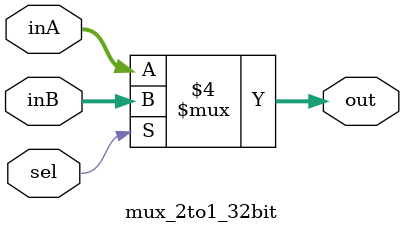
<source format=v>
`timescale 1ns / 1ps


module mux_2to1_32bit(out, inA, inB, sel);

    output  [31:0] out;
    
    input   [31:0] inA;
    input   [31:0] inB;
    input          sel;
	reg [31:0]out;
    /* Fill in the implementation here ... */ 
	 always@(inA,inB,sel)
	 begin
    if (sel == 0)
	 begin
	   out <= inA;
	 end
	 else 
	 begin
      out <= inB;
	 end
	 end
	 

endmodule

</source>
